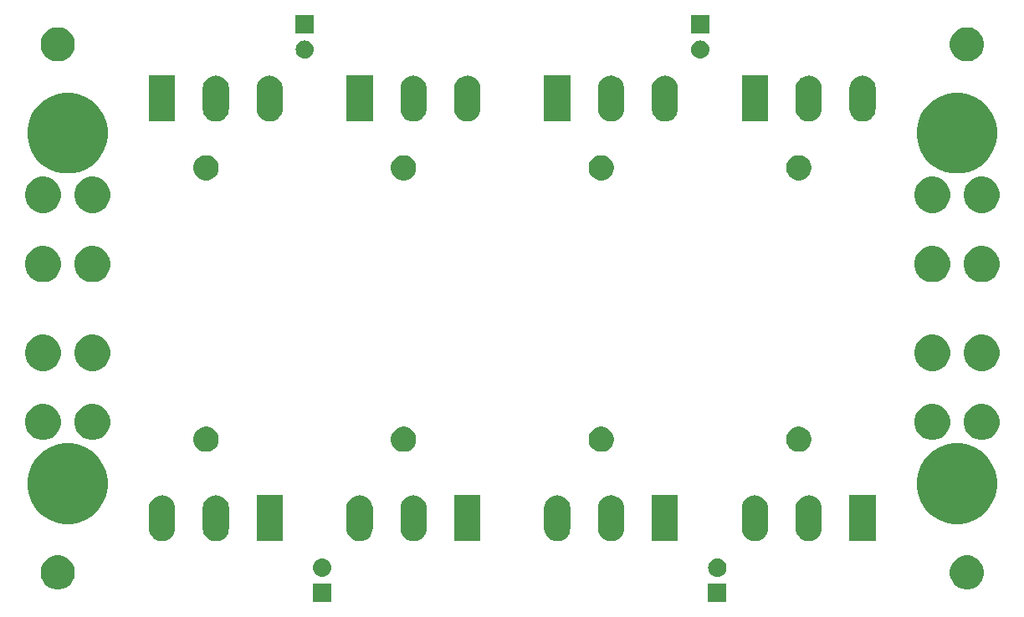
<source format=gbr>
G04 #@! TF.GenerationSoftware,KiCad,Pcbnew,5.0.2-bee76a0~70~ubuntu18.04.1*
G04 #@! TF.CreationDate,2019-01-23T11:21:40-08:00*
G04 #@! TF.ProjectId,inverter,696e7665-7274-4657-922e-6b696361645f,rev?*
G04 #@! TF.SameCoordinates,Original*
G04 #@! TF.FileFunction,Soldermask,Bot*
G04 #@! TF.FilePolarity,Negative*
%FSLAX46Y46*%
G04 Gerber Fmt 4.6, Leading zero omitted, Abs format (unit mm)*
G04 Created by KiCad (PCBNEW 5.0.2-bee76a0~70~ubuntu18.04.1) date Wed 23 Jan 2019 11:21:40 AM PST*
%MOMM*%
%LPD*%
G01*
G04 APERTURE LIST*
%ADD10C,0.100000*%
G04 APERTURE END LIST*
D10*
G36*
X172175000Y-105965000D02*
X170325000Y-105965000D01*
X170325000Y-104115000D01*
X172175000Y-104115000D01*
X172175000Y-105965000D01*
X172175000Y-105965000D01*
G37*
G36*
X132175000Y-105965000D02*
X130325000Y-105965000D01*
X130325000Y-104115000D01*
X132175000Y-104115000D01*
X132175000Y-105965000D01*
X132175000Y-105965000D01*
G37*
G36*
X105003164Y-101341290D02*
X105317094Y-101471324D01*
X105599624Y-101660105D01*
X105839895Y-101900376D01*
X106028676Y-102182906D01*
X106158710Y-102496836D01*
X106225000Y-102830102D01*
X106225000Y-103169898D01*
X106158710Y-103503164D01*
X106028676Y-103817094D01*
X105839895Y-104099624D01*
X105599624Y-104339895D01*
X105317094Y-104528676D01*
X105003164Y-104658710D01*
X104669898Y-104725000D01*
X104330102Y-104725000D01*
X103996836Y-104658710D01*
X103682906Y-104528676D01*
X103400376Y-104339895D01*
X103160105Y-104099624D01*
X102971324Y-103817094D01*
X102841290Y-103503164D01*
X102775000Y-103169898D01*
X102775000Y-102830102D01*
X102841290Y-102496836D01*
X102971324Y-102182906D01*
X103160105Y-101900376D01*
X103400376Y-101660105D01*
X103682906Y-101471324D01*
X103996836Y-101341290D01*
X104330102Y-101275000D01*
X104669898Y-101275000D01*
X105003164Y-101341290D01*
X105003164Y-101341290D01*
G37*
G36*
X197003164Y-101341290D02*
X197317094Y-101471324D01*
X197599624Y-101660105D01*
X197839895Y-101900376D01*
X198028676Y-102182906D01*
X198158710Y-102496836D01*
X198225000Y-102830102D01*
X198225000Y-103169898D01*
X198158710Y-103503164D01*
X198028676Y-103817094D01*
X197839895Y-104099624D01*
X197599624Y-104339895D01*
X197317094Y-104528676D01*
X197003164Y-104658710D01*
X196669898Y-104725000D01*
X196330102Y-104725000D01*
X195996836Y-104658710D01*
X195682906Y-104528676D01*
X195400376Y-104339895D01*
X195160105Y-104099624D01*
X194971324Y-103817094D01*
X194841290Y-103503164D01*
X194775000Y-103169898D01*
X194775000Y-102830102D01*
X194841290Y-102496836D01*
X194971324Y-102182906D01*
X195160105Y-101900376D01*
X195400376Y-101660105D01*
X195682906Y-101471324D01*
X195996836Y-101341290D01*
X196330102Y-101275000D01*
X196669898Y-101275000D01*
X197003164Y-101341290D01*
X197003164Y-101341290D01*
G37*
G36*
X171431332Y-101588385D02*
X171605695Y-101641277D01*
X171766389Y-101727170D01*
X171907238Y-101842762D01*
X172022830Y-101983611D01*
X172108723Y-102144305D01*
X172161615Y-102318668D01*
X172179475Y-102500000D01*
X172161615Y-102681332D01*
X172108723Y-102855695D01*
X172022830Y-103016389D01*
X171907238Y-103157238D01*
X171766389Y-103272830D01*
X171605695Y-103358723D01*
X171431332Y-103411615D01*
X171295435Y-103425000D01*
X171204565Y-103425000D01*
X171068668Y-103411615D01*
X170894305Y-103358723D01*
X170733611Y-103272830D01*
X170592762Y-103157238D01*
X170477170Y-103016389D01*
X170391277Y-102855695D01*
X170338385Y-102681332D01*
X170320525Y-102500000D01*
X170338385Y-102318668D01*
X170391277Y-102144305D01*
X170477170Y-101983611D01*
X170592762Y-101842762D01*
X170733611Y-101727170D01*
X170894305Y-101641277D01*
X171068668Y-101588385D01*
X171204565Y-101575000D01*
X171295435Y-101575000D01*
X171431332Y-101588385D01*
X171431332Y-101588385D01*
G37*
G36*
X131431332Y-101588385D02*
X131605695Y-101641277D01*
X131766389Y-101727170D01*
X131907238Y-101842762D01*
X132022830Y-101983611D01*
X132108723Y-102144305D01*
X132161615Y-102318668D01*
X132179475Y-102500000D01*
X132161615Y-102681332D01*
X132108723Y-102855695D01*
X132022830Y-103016389D01*
X131907238Y-103157238D01*
X131766389Y-103272830D01*
X131605695Y-103358723D01*
X131431332Y-103411615D01*
X131295435Y-103425000D01*
X131204565Y-103425000D01*
X131068668Y-103411615D01*
X130894305Y-103358723D01*
X130733611Y-103272830D01*
X130592762Y-103157238D01*
X130477170Y-103016389D01*
X130391277Y-102855695D01*
X130338385Y-102681332D01*
X130320525Y-102500000D01*
X130338385Y-102318668D01*
X130391277Y-102144305D01*
X130477170Y-101983611D01*
X130592762Y-101842762D01*
X130733611Y-101727170D01*
X130894305Y-101641277D01*
X131068668Y-101588385D01*
X131204565Y-101575000D01*
X131295435Y-101575000D01*
X131431332Y-101588385D01*
X131431332Y-101588385D01*
G37*
G36*
X120759745Y-95194172D02*
X120884627Y-95232054D01*
X121009510Y-95269937D01*
X121213367Y-95378901D01*
X121239692Y-95392972D01*
X121441450Y-95558550D01*
X121607028Y-95760308D01*
X121607029Y-95760310D01*
X121730063Y-95990490D01*
X121730063Y-95990491D01*
X121801200Y-96224997D01*
X121805828Y-96240256D01*
X121825000Y-96434909D01*
X121825000Y-98565091D01*
X121805828Y-98759744D01*
X121730063Y-99009510D01*
X121607027Y-99239694D01*
X121570710Y-99283946D01*
X121441450Y-99441450D01*
X121239691Y-99607028D01*
X121239689Y-99607029D01*
X121009509Y-99730063D01*
X120884626Y-99767946D01*
X120759744Y-99805828D01*
X120500000Y-99831411D01*
X120240255Y-99805828D01*
X120115373Y-99767946D01*
X119990490Y-99730063D01*
X119760306Y-99607027D01*
X119716054Y-99570710D01*
X119558550Y-99441450D01*
X119392972Y-99239691D01*
X119269938Y-99009510D01*
X119269937Y-99009509D01*
X119232054Y-98884626D01*
X119194172Y-98759744D01*
X119175000Y-98565090D01*
X119175001Y-96434909D01*
X119194173Y-96240255D01*
X119269938Y-95990491D01*
X119269938Y-95990490D01*
X119392972Y-95760310D01*
X119392973Y-95760308D01*
X119558551Y-95558550D01*
X119760309Y-95392972D01*
X119786634Y-95378901D01*
X119990491Y-95269937D01*
X120115374Y-95232054D01*
X120240256Y-95194172D01*
X120500000Y-95168589D01*
X120759745Y-95194172D01*
X120759745Y-95194172D01*
G37*
G36*
X140759745Y-95194172D02*
X140884627Y-95232054D01*
X141009510Y-95269937D01*
X141213367Y-95378901D01*
X141239692Y-95392972D01*
X141441450Y-95558550D01*
X141607028Y-95760308D01*
X141607029Y-95760310D01*
X141730063Y-95990490D01*
X141730063Y-95990491D01*
X141801200Y-96224997D01*
X141805828Y-96240256D01*
X141825000Y-96434909D01*
X141825000Y-98565091D01*
X141805828Y-98759744D01*
X141730063Y-99009510D01*
X141607027Y-99239694D01*
X141570710Y-99283946D01*
X141441450Y-99441450D01*
X141239691Y-99607028D01*
X141239689Y-99607029D01*
X141009509Y-99730063D01*
X140884626Y-99767946D01*
X140759744Y-99805828D01*
X140500000Y-99831411D01*
X140240255Y-99805828D01*
X140115373Y-99767946D01*
X139990490Y-99730063D01*
X139760306Y-99607027D01*
X139716054Y-99570710D01*
X139558550Y-99441450D01*
X139392972Y-99239691D01*
X139269938Y-99009510D01*
X139269937Y-99009509D01*
X139232054Y-98884626D01*
X139194172Y-98759744D01*
X139175000Y-98565090D01*
X139175001Y-96434909D01*
X139194173Y-96240255D01*
X139269938Y-95990491D01*
X139269938Y-95990490D01*
X139392972Y-95760310D01*
X139392973Y-95760308D01*
X139558551Y-95558550D01*
X139760309Y-95392972D01*
X139786634Y-95378901D01*
X139990491Y-95269937D01*
X140115374Y-95232054D01*
X140240256Y-95194172D01*
X140500000Y-95168589D01*
X140759745Y-95194172D01*
X140759745Y-95194172D01*
G37*
G36*
X135309745Y-95194172D02*
X135434627Y-95232054D01*
X135559510Y-95269937D01*
X135763367Y-95378901D01*
X135789692Y-95392972D01*
X135991450Y-95558550D01*
X136157028Y-95760308D01*
X136157029Y-95760310D01*
X136280063Y-95990490D01*
X136280063Y-95990491D01*
X136351200Y-96224997D01*
X136355828Y-96240256D01*
X136375000Y-96434909D01*
X136375000Y-98565091D01*
X136355828Y-98759744D01*
X136280063Y-99009510D01*
X136157027Y-99239694D01*
X136120710Y-99283946D01*
X135991450Y-99441450D01*
X135789691Y-99607028D01*
X135789689Y-99607029D01*
X135559509Y-99730063D01*
X135434626Y-99767946D01*
X135309744Y-99805828D01*
X135050000Y-99831411D01*
X134790255Y-99805828D01*
X134665373Y-99767946D01*
X134540490Y-99730063D01*
X134310306Y-99607027D01*
X134266054Y-99570710D01*
X134108550Y-99441450D01*
X133942972Y-99239691D01*
X133819938Y-99009510D01*
X133819937Y-99009509D01*
X133782054Y-98884626D01*
X133744172Y-98759744D01*
X133725000Y-98565090D01*
X133725001Y-96434909D01*
X133744173Y-96240255D01*
X133819938Y-95990491D01*
X133819938Y-95990490D01*
X133942972Y-95760310D01*
X133942973Y-95760308D01*
X134108551Y-95558550D01*
X134310309Y-95392972D01*
X134336634Y-95378901D01*
X134540491Y-95269937D01*
X134665374Y-95232054D01*
X134790256Y-95194172D01*
X135050000Y-95168589D01*
X135309745Y-95194172D01*
X135309745Y-95194172D01*
G37*
G36*
X155309745Y-95194172D02*
X155434627Y-95232054D01*
X155559510Y-95269937D01*
X155763367Y-95378901D01*
X155789692Y-95392972D01*
X155991450Y-95558550D01*
X156157028Y-95760308D01*
X156157029Y-95760310D01*
X156280063Y-95990490D01*
X156280063Y-95990491D01*
X156351200Y-96224997D01*
X156355828Y-96240256D01*
X156375000Y-96434909D01*
X156375000Y-98565091D01*
X156355828Y-98759744D01*
X156280063Y-99009510D01*
X156157027Y-99239694D01*
X156120710Y-99283946D01*
X155991450Y-99441450D01*
X155789691Y-99607028D01*
X155789689Y-99607029D01*
X155559509Y-99730063D01*
X155434626Y-99767946D01*
X155309744Y-99805828D01*
X155050000Y-99831411D01*
X154790255Y-99805828D01*
X154665373Y-99767946D01*
X154540490Y-99730063D01*
X154310306Y-99607027D01*
X154266054Y-99570710D01*
X154108550Y-99441450D01*
X153942972Y-99239691D01*
X153819938Y-99009510D01*
X153819937Y-99009509D01*
X153782054Y-98884626D01*
X153744172Y-98759744D01*
X153725000Y-98565090D01*
X153725001Y-96434909D01*
X153744173Y-96240255D01*
X153819938Y-95990491D01*
X153819938Y-95990490D01*
X153942972Y-95760310D01*
X153942973Y-95760308D01*
X154108551Y-95558550D01*
X154310309Y-95392972D01*
X154336634Y-95378901D01*
X154540491Y-95269937D01*
X154665374Y-95232054D01*
X154790256Y-95194172D01*
X155050000Y-95168589D01*
X155309745Y-95194172D01*
X155309745Y-95194172D01*
G37*
G36*
X160759745Y-95194172D02*
X160884627Y-95232054D01*
X161009510Y-95269937D01*
X161213367Y-95378901D01*
X161239692Y-95392972D01*
X161441450Y-95558550D01*
X161607028Y-95760308D01*
X161607029Y-95760310D01*
X161730063Y-95990490D01*
X161730063Y-95990491D01*
X161801200Y-96224997D01*
X161805828Y-96240256D01*
X161825000Y-96434909D01*
X161825000Y-98565091D01*
X161805828Y-98759744D01*
X161730063Y-99009510D01*
X161607027Y-99239694D01*
X161570710Y-99283946D01*
X161441450Y-99441450D01*
X161239691Y-99607028D01*
X161239689Y-99607029D01*
X161009509Y-99730063D01*
X160884626Y-99767946D01*
X160759744Y-99805828D01*
X160500000Y-99831411D01*
X160240255Y-99805828D01*
X160115373Y-99767946D01*
X159990490Y-99730063D01*
X159760306Y-99607027D01*
X159716054Y-99570710D01*
X159558550Y-99441450D01*
X159392972Y-99239691D01*
X159269938Y-99009510D01*
X159269937Y-99009509D01*
X159232054Y-98884626D01*
X159194172Y-98759744D01*
X159175000Y-98565090D01*
X159175001Y-96434909D01*
X159194173Y-96240255D01*
X159269938Y-95990491D01*
X159269938Y-95990490D01*
X159392972Y-95760310D01*
X159392973Y-95760308D01*
X159558551Y-95558550D01*
X159760309Y-95392972D01*
X159786634Y-95378901D01*
X159990491Y-95269937D01*
X160115374Y-95232054D01*
X160240256Y-95194172D01*
X160500000Y-95168589D01*
X160759745Y-95194172D01*
X160759745Y-95194172D01*
G37*
G36*
X180759745Y-95194172D02*
X180884627Y-95232054D01*
X181009510Y-95269937D01*
X181213367Y-95378901D01*
X181239692Y-95392972D01*
X181441450Y-95558550D01*
X181607028Y-95760308D01*
X181607029Y-95760310D01*
X181730063Y-95990490D01*
X181730063Y-95990491D01*
X181801200Y-96224997D01*
X181805828Y-96240256D01*
X181825000Y-96434909D01*
X181825000Y-98565091D01*
X181805828Y-98759744D01*
X181730063Y-99009510D01*
X181607027Y-99239694D01*
X181570710Y-99283946D01*
X181441450Y-99441450D01*
X181239691Y-99607028D01*
X181239689Y-99607029D01*
X181009509Y-99730063D01*
X180884626Y-99767946D01*
X180759744Y-99805828D01*
X180500000Y-99831411D01*
X180240255Y-99805828D01*
X180115373Y-99767946D01*
X179990490Y-99730063D01*
X179760306Y-99607027D01*
X179716054Y-99570710D01*
X179558550Y-99441450D01*
X179392972Y-99239691D01*
X179269938Y-99009510D01*
X179269937Y-99009509D01*
X179232055Y-98884626D01*
X179194172Y-98759744D01*
X179175000Y-98565090D01*
X179175001Y-96434909D01*
X179194173Y-96240255D01*
X179269938Y-95990491D01*
X179269938Y-95990490D01*
X179392972Y-95760310D01*
X179392973Y-95760308D01*
X179558551Y-95558550D01*
X179760309Y-95392972D01*
X179786634Y-95378901D01*
X179990491Y-95269937D01*
X180115374Y-95232054D01*
X180240256Y-95194172D01*
X180500000Y-95168589D01*
X180759745Y-95194172D01*
X180759745Y-95194172D01*
G37*
G36*
X175309745Y-95194172D02*
X175434627Y-95232054D01*
X175559510Y-95269937D01*
X175763367Y-95378901D01*
X175789692Y-95392972D01*
X175991450Y-95558550D01*
X176157028Y-95760308D01*
X176157029Y-95760310D01*
X176280063Y-95990490D01*
X176280063Y-95990491D01*
X176351200Y-96224997D01*
X176355828Y-96240256D01*
X176375000Y-96434909D01*
X176375000Y-98565091D01*
X176355828Y-98759744D01*
X176280063Y-99009510D01*
X176157027Y-99239694D01*
X176120710Y-99283946D01*
X175991450Y-99441450D01*
X175789691Y-99607028D01*
X175789689Y-99607029D01*
X175559509Y-99730063D01*
X175434626Y-99767946D01*
X175309744Y-99805828D01*
X175050000Y-99831411D01*
X174790255Y-99805828D01*
X174665373Y-99767946D01*
X174540490Y-99730063D01*
X174310306Y-99607027D01*
X174266054Y-99570710D01*
X174108550Y-99441450D01*
X173942972Y-99239691D01*
X173819938Y-99009510D01*
X173819937Y-99009509D01*
X173782055Y-98884626D01*
X173744172Y-98759744D01*
X173725000Y-98565090D01*
X173725001Y-96434909D01*
X173744173Y-96240255D01*
X173819938Y-95990491D01*
X173819938Y-95990490D01*
X173942972Y-95760310D01*
X173942973Y-95760308D01*
X174108551Y-95558550D01*
X174310309Y-95392972D01*
X174336634Y-95378901D01*
X174540491Y-95269937D01*
X174665374Y-95232054D01*
X174790256Y-95194172D01*
X175050000Y-95168589D01*
X175309745Y-95194172D01*
X175309745Y-95194172D01*
G37*
G36*
X115309745Y-95194172D02*
X115434627Y-95232054D01*
X115559510Y-95269937D01*
X115763367Y-95378901D01*
X115789692Y-95392972D01*
X115991450Y-95558550D01*
X116157028Y-95760308D01*
X116157029Y-95760310D01*
X116280063Y-95990490D01*
X116280063Y-95990491D01*
X116351200Y-96224997D01*
X116355828Y-96240256D01*
X116375000Y-96434909D01*
X116375000Y-98565091D01*
X116355828Y-98759744D01*
X116280063Y-99009510D01*
X116157027Y-99239694D01*
X116120710Y-99283946D01*
X115991450Y-99441450D01*
X115789691Y-99607028D01*
X115789689Y-99607029D01*
X115559509Y-99730063D01*
X115434626Y-99767946D01*
X115309744Y-99805828D01*
X115050000Y-99831411D01*
X114790255Y-99805828D01*
X114665373Y-99767946D01*
X114540490Y-99730063D01*
X114310306Y-99607027D01*
X114266054Y-99570710D01*
X114108550Y-99441450D01*
X113942972Y-99239691D01*
X113819938Y-99009510D01*
X113819937Y-99009509D01*
X113782054Y-98884626D01*
X113744172Y-98759744D01*
X113725000Y-98565090D01*
X113725001Y-96434909D01*
X113744173Y-96240255D01*
X113819938Y-95990491D01*
X113819938Y-95990490D01*
X113942972Y-95760310D01*
X113942973Y-95760308D01*
X114108551Y-95558550D01*
X114310309Y-95392972D01*
X114336634Y-95378901D01*
X114540491Y-95269937D01*
X114665374Y-95232054D01*
X114790256Y-95194172D01*
X115050000Y-95168589D01*
X115309745Y-95194172D01*
X115309745Y-95194172D01*
G37*
G36*
X127275000Y-99825000D02*
X124625000Y-99825000D01*
X124625000Y-95175000D01*
X127275000Y-95175000D01*
X127275000Y-99825000D01*
X127275000Y-99825000D01*
G37*
G36*
X187275000Y-99825000D02*
X184625000Y-99825000D01*
X184625000Y-95175000D01*
X187275000Y-95175000D01*
X187275000Y-99825000D01*
X187275000Y-99825000D01*
G37*
G36*
X147275000Y-99825000D02*
X144625000Y-99825000D01*
X144625000Y-95175000D01*
X147275000Y-95175000D01*
X147275000Y-99825000D01*
X147275000Y-99825000D01*
G37*
G36*
X167275000Y-99825000D02*
X164625000Y-99825000D01*
X164625000Y-95175000D01*
X167275000Y-95175000D01*
X167275000Y-99825000D01*
X167275000Y-99825000D01*
G37*
G36*
X196688634Y-90081600D02*
X197430236Y-90388782D01*
X198097661Y-90834741D01*
X198665259Y-91402339D01*
X199111218Y-92069764D01*
X199418400Y-92811366D01*
X199575000Y-93598648D01*
X199575000Y-94401352D01*
X199418400Y-95188634D01*
X199111218Y-95930236D01*
X198665259Y-96597661D01*
X198097661Y-97165259D01*
X197430236Y-97611218D01*
X196688634Y-97918400D01*
X195901352Y-98075000D01*
X195098648Y-98075000D01*
X194311366Y-97918400D01*
X193569764Y-97611218D01*
X192902339Y-97165259D01*
X192334741Y-96597661D01*
X191888782Y-95930236D01*
X191581600Y-95188634D01*
X191425000Y-94401352D01*
X191425000Y-93598648D01*
X191581600Y-92811366D01*
X191888782Y-92069764D01*
X192334741Y-91402339D01*
X192902339Y-90834741D01*
X193569764Y-90388782D01*
X194311366Y-90081600D01*
X195098648Y-89925000D01*
X195901352Y-89925000D01*
X196688634Y-90081600D01*
X196688634Y-90081600D01*
G37*
G36*
X106688634Y-90081600D02*
X107430236Y-90388782D01*
X108097661Y-90834741D01*
X108665259Y-91402339D01*
X109111218Y-92069764D01*
X109418400Y-92811366D01*
X109575000Y-93598648D01*
X109575000Y-94401352D01*
X109418400Y-95188634D01*
X109111218Y-95930236D01*
X108665259Y-96597661D01*
X108097661Y-97165259D01*
X107430236Y-97611218D01*
X106688634Y-97918400D01*
X105901352Y-98075000D01*
X105098648Y-98075000D01*
X104311366Y-97918400D01*
X103569764Y-97611218D01*
X102902339Y-97165259D01*
X102334741Y-96597661D01*
X101888782Y-95930236D01*
X101581600Y-95188634D01*
X101425000Y-94401352D01*
X101425000Y-93598648D01*
X101581600Y-92811366D01*
X101888782Y-92069764D01*
X102334741Y-91402339D01*
X102902339Y-90834741D01*
X103569764Y-90388782D01*
X104311366Y-90081600D01*
X105098648Y-89925000D01*
X105901352Y-89925000D01*
X106688634Y-90081600D01*
X106688634Y-90081600D01*
G37*
G36*
X179871904Y-88273998D02*
X180103939Y-88370110D01*
X180312765Y-88509643D01*
X180490357Y-88687235D01*
X180629890Y-88896061D01*
X180726002Y-89128096D01*
X180775000Y-89374423D01*
X180775000Y-89625577D01*
X180726002Y-89871904D01*
X180629890Y-90103939D01*
X180490357Y-90312765D01*
X180312765Y-90490357D01*
X180103939Y-90629890D01*
X179871904Y-90726002D01*
X179625577Y-90775000D01*
X179374423Y-90775000D01*
X179128096Y-90726002D01*
X178896061Y-90629890D01*
X178687235Y-90490357D01*
X178509643Y-90312765D01*
X178370110Y-90103939D01*
X178273998Y-89871904D01*
X178225000Y-89625577D01*
X178225000Y-89374423D01*
X178273998Y-89128096D01*
X178370110Y-88896061D01*
X178509643Y-88687235D01*
X178687235Y-88509643D01*
X178896061Y-88370110D01*
X179128096Y-88273998D01*
X179374423Y-88225000D01*
X179625577Y-88225000D01*
X179871904Y-88273998D01*
X179871904Y-88273998D01*
G37*
G36*
X119871904Y-88273998D02*
X120103939Y-88370110D01*
X120312765Y-88509643D01*
X120490357Y-88687235D01*
X120629890Y-88896061D01*
X120726002Y-89128096D01*
X120775000Y-89374423D01*
X120775000Y-89625577D01*
X120726002Y-89871904D01*
X120629890Y-90103939D01*
X120490357Y-90312765D01*
X120312765Y-90490357D01*
X120103939Y-90629890D01*
X119871904Y-90726002D01*
X119625577Y-90775000D01*
X119374423Y-90775000D01*
X119128096Y-90726002D01*
X118896061Y-90629890D01*
X118687235Y-90490357D01*
X118509643Y-90312765D01*
X118370110Y-90103939D01*
X118273998Y-89871904D01*
X118225000Y-89625577D01*
X118225000Y-89374423D01*
X118273998Y-89128096D01*
X118370110Y-88896061D01*
X118509643Y-88687235D01*
X118687235Y-88509643D01*
X118896061Y-88370110D01*
X119128096Y-88273998D01*
X119374423Y-88225000D01*
X119625577Y-88225000D01*
X119871904Y-88273998D01*
X119871904Y-88273998D01*
G37*
G36*
X159871904Y-88273998D02*
X160103939Y-88370110D01*
X160312765Y-88509643D01*
X160490357Y-88687235D01*
X160629890Y-88896061D01*
X160726002Y-89128096D01*
X160775000Y-89374423D01*
X160775000Y-89625577D01*
X160726002Y-89871904D01*
X160629890Y-90103939D01*
X160490357Y-90312765D01*
X160312765Y-90490357D01*
X160103939Y-90629890D01*
X159871904Y-90726002D01*
X159625577Y-90775000D01*
X159374423Y-90775000D01*
X159128096Y-90726002D01*
X158896061Y-90629890D01*
X158687235Y-90490357D01*
X158509643Y-90312765D01*
X158370110Y-90103939D01*
X158273998Y-89871904D01*
X158225000Y-89625577D01*
X158225000Y-89374423D01*
X158273998Y-89128096D01*
X158370110Y-88896061D01*
X158509643Y-88687235D01*
X158687235Y-88509643D01*
X158896061Y-88370110D01*
X159128096Y-88273998D01*
X159374423Y-88225000D01*
X159625577Y-88225000D01*
X159871904Y-88273998D01*
X159871904Y-88273998D01*
G37*
G36*
X139871904Y-88273998D02*
X140103939Y-88370110D01*
X140312765Y-88509643D01*
X140490357Y-88687235D01*
X140629890Y-88896061D01*
X140726002Y-89128096D01*
X140775000Y-89374423D01*
X140775000Y-89625577D01*
X140726002Y-89871904D01*
X140629890Y-90103939D01*
X140490357Y-90312765D01*
X140312765Y-90490357D01*
X140103939Y-90629890D01*
X139871904Y-90726002D01*
X139625577Y-90775000D01*
X139374423Y-90775000D01*
X139128096Y-90726002D01*
X138896061Y-90629890D01*
X138687235Y-90490357D01*
X138509643Y-90312765D01*
X138370110Y-90103939D01*
X138273998Y-89871904D01*
X138225000Y-89625577D01*
X138225000Y-89374423D01*
X138273998Y-89128096D01*
X138370110Y-88896061D01*
X138509643Y-88687235D01*
X138687235Y-88509643D01*
X138896061Y-88370110D01*
X139128096Y-88273998D01*
X139374423Y-88225000D01*
X139625577Y-88225000D01*
X139871904Y-88273998D01*
X139871904Y-88273998D01*
G37*
G36*
X108532333Y-86000134D02*
X108864461Y-86137706D01*
X109163369Y-86337430D01*
X109417570Y-86591631D01*
X109617294Y-86890539D01*
X109754866Y-87222667D01*
X109825000Y-87575253D01*
X109825000Y-87934747D01*
X109754866Y-88287333D01*
X109617294Y-88619461D01*
X109417570Y-88918369D01*
X109163369Y-89172570D01*
X108864461Y-89372294D01*
X108532333Y-89509866D01*
X108179747Y-89580000D01*
X107820253Y-89580000D01*
X107467667Y-89509866D01*
X107135539Y-89372294D01*
X106836631Y-89172570D01*
X106582430Y-88918369D01*
X106382706Y-88619461D01*
X106245134Y-88287333D01*
X106175000Y-87934747D01*
X106175000Y-87575253D01*
X106245134Y-87222667D01*
X106382706Y-86890539D01*
X106582430Y-86591631D01*
X106836631Y-86337430D01*
X107135539Y-86137706D01*
X107467667Y-86000134D01*
X107820253Y-85930000D01*
X108179747Y-85930000D01*
X108532333Y-86000134D01*
X108532333Y-86000134D01*
G37*
G36*
X193532333Y-86000134D02*
X193864461Y-86137706D01*
X194163369Y-86337430D01*
X194417570Y-86591631D01*
X194617294Y-86890539D01*
X194754866Y-87222667D01*
X194825000Y-87575253D01*
X194825000Y-87934747D01*
X194754866Y-88287333D01*
X194617294Y-88619461D01*
X194417570Y-88918369D01*
X194163369Y-89172570D01*
X193864461Y-89372294D01*
X193532333Y-89509866D01*
X193179747Y-89580000D01*
X192820253Y-89580000D01*
X192467667Y-89509866D01*
X192135539Y-89372294D01*
X191836631Y-89172570D01*
X191582430Y-88918369D01*
X191382706Y-88619461D01*
X191245134Y-88287333D01*
X191175000Y-87934747D01*
X191175000Y-87575253D01*
X191245134Y-87222667D01*
X191382706Y-86890539D01*
X191582430Y-86591631D01*
X191836631Y-86337430D01*
X192135539Y-86137706D01*
X192467667Y-86000134D01*
X192820253Y-85930000D01*
X193179747Y-85930000D01*
X193532333Y-86000134D01*
X193532333Y-86000134D01*
G37*
G36*
X198532333Y-86000134D02*
X198864461Y-86137706D01*
X199163369Y-86337430D01*
X199417570Y-86591631D01*
X199617294Y-86890539D01*
X199754866Y-87222667D01*
X199825000Y-87575253D01*
X199825000Y-87934747D01*
X199754866Y-88287333D01*
X199617294Y-88619461D01*
X199417570Y-88918369D01*
X199163369Y-89172570D01*
X198864461Y-89372294D01*
X198532333Y-89509866D01*
X198179747Y-89580000D01*
X197820253Y-89580000D01*
X197467667Y-89509866D01*
X197135539Y-89372294D01*
X196836631Y-89172570D01*
X196582430Y-88918369D01*
X196382706Y-88619461D01*
X196245134Y-88287333D01*
X196175000Y-87934747D01*
X196175000Y-87575253D01*
X196245134Y-87222667D01*
X196382706Y-86890539D01*
X196582430Y-86591631D01*
X196836631Y-86337430D01*
X197135539Y-86137706D01*
X197467667Y-86000134D01*
X197820253Y-85930000D01*
X198179747Y-85930000D01*
X198532333Y-86000134D01*
X198532333Y-86000134D01*
G37*
G36*
X103532333Y-86000134D02*
X103864461Y-86137706D01*
X104163369Y-86337430D01*
X104417570Y-86591631D01*
X104617294Y-86890539D01*
X104754866Y-87222667D01*
X104825000Y-87575253D01*
X104825000Y-87934747D01*
X104754866Y-88287333D01*
X104617294Y-88619461D01*
X104417570Y-88918369D01*
X104163369Y-89172570D01*
X103864461Y-89372294D01*
X103532333Y-89509866D01*
X103179747Y-89580000D01*
X102820253Y-89580000D01*
X102467667Y-89509866D01*
X102135539Y-89372294D01*
X101836631Y-89172570D01*
X101582430Y-88918369D01*
X101382706Y-88619461D01*
X101245134Y-88287333D01*
X101175000Y-87934747D01*
X101175000Y-87575253D01*
X101245134Y-87222667D01*
X101382706Y-86890539D01*
X101582430Y-86591631D01*
X101836631Y-86337430D01*
X102135539Y-86137706D01*
X102467667Y-86000134D01*
X102820253Y-85930000D01*
X103179747Y-85930000D01*
X103532333Y-86000134D01*
X103532333Y-86000134D01*
G37*
G36*
X198532333Y-78990134D02*
X198864461Y-79127706D01*
X199163369Y-79327430D01*
X199417570Y-79581631D01*
X199617294Y-79880539D01*
X199754866Y-80212667D01*
X199825000Y-80565253D01*
X199825000Y-80924747D01*
X199754866Y-81277333D01*
X199617294Y-81609461D01*
X199417570Y-81908369D01*
X199163369Y-82162570D01*
X198864461Y-82362294D01*
X198532333Y-82499866D01*
X198179747Y-82570000D01*
X197820253Y-82570000D01*
X197467667Y-82499866D01*
X197135539Y-82362294D01*
X196836631Y-82162570D01*
X196582430Y-81908369D01*
X196382706Y-81609461D01*
X196245134Y-81277333D01*
X196175000Y-80924747D01*
X196175000Y-80565253D01*
X196245134Y-80212667D01*
X196382706Y-79880539D01*
X196582430Y-79581631D01*
X196836631Y-79327430D01*
X197135539Y-79127706D01*
X197467667Y-78990134D01*
X197820253Y-78920000D01*
X198179747Y-78920000D01*
X198532333Y-78990134D01*
X198532333Y-78990134D01*
G37*
G36*
X193532333Y-78990134D02*
X193864461Y-79127706D01*
X194163369Y-79327430D01*
X194417570Y-79581631D01*
X194617294Y-79880539D01*
X194754866Y-80212667D01*
X194825000Y-80565253D01*
X194825000Y-80924747D01*
X194754866Y-81277333D01*
X194617294Y-81609461D01*
X194417570Y-81908369D01*
X194163369Y-82162570D01*
X193864461Y-82362294D01*
X193532333Y-82499866D01*
X193179747Y-82570000D01*
X192820253Y-82570000D01*
X192467667Y-82499866D01*
X192135539Y-82362294D01*
X191836631Y-82162570D01*
X191582430Y-81908369D01*
X191382706Y-81609461D01*
X191245134Y-81277333D01*
X191175000Y-80924747D01*
X191175000Y-80565253D01*
X191245134Y-80212667D01*
X191382706Y-79880539D01*
X191582430Y-79581631D01*
X191836631Y-79327430D01*
X192135539Y-79127706D01*
X192467667Y-78990134D01*
X192820253Y-78920000D01*
X193179747Y-78920000D01*
X193532333Y-78990134D01*
X193532333Y-78990134D01*
G37*
G36*
X108532333Y-78990134D02*
X108864461Y-79127706D01*
X109163369Y-79327430D01*
X109417570Y-79581631D01*
X109617294Y-79880539D01*
X109754866Y-80212667D01*
X109825000Y-80565253D01*
X109825000Y-80924747D01*
X109754866Y-81277333D01*
X109617294Y-81609461D01*
X109417570Y-81908369D01*
X109163369Y-82162570D01*
X108864461Y-82362294D01*
X108532333Y-82499866D01*
X108179747Y-82570000D01*
X107820253Y-82570000D01*
X107467667Y-82499866D01*
X107135539Y-82362294D01*
X106836631Y-82162570D01*
X106582430Y-81908369D01*
X106382706Y-81609461D01*
X106245134Y-81277333D01*
X106175000Y-80924747D01*
X106175000Y-80565253D01*
X106245134Y-80212667D01*
X106382706Y-79880539D01*
X106582430Y-79581631D01*
X106836631Y-79327430D01*
X107135539Y-79127706D01*
X107467667Y-78990134D01*
X107820253Y-78920000D01*
X108179747Y-78920000D01*
X108532333Y-78990134D01*
X108532333Y-78990134D01*
G37*
G36*
X103532333Y-78990134D02*
X103864461Y-79127706D01*
X104163369Y-79327430D01*
X104417570Y-79581631D01*
X104617294Y-79880539D01*
X104754866Y-80212667D01*
X104825000Y-80565253D01*
X104825000Y-80924747D01*
X104754866Y-81277333D01*
X104617294Y-81609461D01*
X104417570Y-81908369D01*
X104163369Y-82162570D01*
X103864461Y-82362294D01*
X103532333Y-82499866D01*
X103179747Y-82570000D01*
X102820253Y-82570000D01*
X102467667Y-82499866D01*
X102135539Y-82362294D01*
X101836631Y-82162570D01*
X101582430Y-81908369D01*
X101382706Y-81609461D01*
X101245134Y-81277333D01*
X101175000Y-80924747D01*
X101175000Y-80565253D01*
X101245134Y-80212667D01*
X101382706Y-79880539D01*
X101582430Y-79581631D01*
X101836631Y-79327430D01*
X102135539Y-79127706D01*
X102467667Y-78990134D01*
X102820253Y-78920000D01*
X103179747Y-78920000D01*
X103532333Y-78990134D01*
X103532333Y-78990134D01*
G37*
G36*
X198532333Y-70000134D02*
X198864461Y-70137706D01*
X199163369Y-70337430D01*
X199417570Y-70591631D01*
X199617294Y-70890539D01*
X199754866Y-71222667D01*
X199825000Y-71575253D01*
X199825000Y-71934747D01*
X199754866Y-72287333D01*
X199617294Y-72619461D01*
X199417570Y-72918369D01*
X199163369Y-73172570D01*
X198864461Y-73372294D01*
X198532333Y-73509866D01*
X198179747Y-73580000D01*
X197820253Y-73580000D01*
X197467667Y-73509866D01*
X197135539Y-73372294D01*
X196836631Y-73172570D01*
X196582430Y-72918369D01*
X196382706Y-72619461D01*
X196245134Y-72287333D01*
X196175000Y-71934747D01*
X196175000Y-71575253D01*
X196245134Y-71222667D01*
X196382706Y-70890539D01*
X196582430Y-70591631D01*
X196836631Y-70337430D01*
X197135539Y-70137706D01*
X197467667Y-70000134D01*
X197820253Y-69930000D01*
X198179747Y-69930000D01*
X198532333Y-70000134D01*
X198532333Y-70000134D01*
G37*
G36*
X193532333Y-70000134D02*
X193864461Y-70137706D01*
X194163369Y-70337430D01*
X194417570Y-70591631D01*
X194617294Y-70890539D01*
X194754866Y-71222667D01*
X194825000Y-71575253D01*
X194825000Y-71934747D01*
X194754866Y-72287333D01*
X194617294Y-72619461D01*
X194417570Y-72918369D01*
X194163369Y-73172570D01*
X193864461Y-73372294D01*
X193532333Y-73509866D01*
X193179747Y-73580000D01*
X192820253Y-73580000D01*
X192467667Y-73509866D01*
X192135539Y-73372294D01*
X191836631Y-73172570D01*
X191582430Y-72918369D01*
X191382706Y-72619461D01*
X191245134Y-72287333D01*
X191175000Y-71934747D01*
X191175000Y-71575253D01*
X191245134Y-71222667D01*
X191382706Y-70890539D01*
X191582430Y-70591631D01*
X191836631Y-70337430D01*
X192135539Y-70137706D01*
X192467667Y-70000134D01*
X192820253Y-69930000D01*
X193179747Y-69930000D01*
X193532333Y-70000134D01*
X193532333Y-70000134D01*
G37*
G36*
X103532333Y-70000134D02*
X103864461Y-70137706D01*
X104163369Y-70337430D01*
X104417570Y-70591631D01*
X104617294Y-70890539D01*
X104754866Y-71222667D01*
X104825000Y-71575253D01*
X104825000Y-71934747D01*
X104754866Y-72287333D01*
X104617294Y-72619461D01*
X104417570Y-72918369D01*
X104163369Y-73172570D01*
X103864461Y-73372294D01*
X103532333Y-73509866D01*
X103179747Y-73580000D01*
X102820253Y-73580000D01*
X102467667Y-73509866D01*
X102135539Y-73372294D01*
X101836631Y-73172570D01*
X101582430Y-72918369D01*
X101382706Y-72619461D01*
X101245134Y-72287333D01*
X101175000Y-71934747D01*
X101175000Y-71575253D01*
X101245134Y-71222667D01*
X101382706Y-70890539D01*
X101582430Y-70591631D01*
X101836631Y-70337430D01*
X102135539Y-70137706D01*
X102467667Y-70000134D01*
X102820253Y-69930000D01*
X103179747Y-69930000D01*
X103532333Y-70000134D01*
X103532333Y-70000134D01*
G37*
G36*
X108532333Y-70000134D02*
X108864461Y-70137706D01*
X109163369Y-70337430D01*
X109417570Y-70591631D01*
X109617294Y-70890539D01*
X109754866Y-71222667D01*
X109825000Y-71575253D01*
X109825000Y-71934747D01*
X109754866Y-72287333D01*
X109617294Y-72619461D01*
X109417570Y-72918369D01*
X109163369Y-73172570D01*
X108864461Y-73372294D01*
X108532333Y-73509866D01*
X108179747Y-73580000D01*
X107820253Y-73580000D01*
X107467667Y-73509866D01*
X107135539Y-73372294D01*
X106836631Y-73172570D01*
X106582430Y-72918369D01*
X106382706Y-72619461D01*
X106245134Y-72287333D01*
X106175000Y-71934747D01*
X106175000Y-71575253D01*
X106245134Y-71222667D01*
X106382706Y-70890539D01*
X106582430Y-70591631D01*
X106836631Y-70337430D01*
X107135539Y-70137706D01*
X107467667Y-70000134D01*
X107820253Y-69930000D01*
X108179747Y-69930000D01*
X108532333Y-70000134D01*
X108532333Y-70000134D01*
G37*
G36*
X103532333Y-62990134D02*
X103864461Y-63127706D01*
X104163369Y-63327430D01*
X104417570Y-63581631D01*
X104617294Y-63880539D01*
X104754866Y-64212667D01*
X104825000Y-64565253D01*
X104825000Y-64924747D01*
X104754866Y-65277333D01*
X104617294Y-65609461D01*
X104417570Y-65908369D01*
X104163369Y-66162570D01*
X103864461Y-66362294D01*
X103532333Y-66499866D01*
X103179747Y-66570000D01*
X102820253Y-66570000D01*
X102467667Y-66499866D01*
X102135539Y-66362294D01*
X101836631Y-66162570D01*
X101582430Y-65908369D01*
X101382706Y-65609461D01*
X101245134Y-65277333D01*
X101175000Y-64924747D01*
X101175000Y-64565253D01*
X101245134Y-64212667D01*
X101382706Y-63880539D01*
X101582430Y-63581631D01*
X101836631Y-63327430D01*
X102135539Y-63127706D01*
X102467667Y-62990134D01*
X102820253Y-62920000D01*
X103179747Y-62920000D01*
X103532333Y-62990134D01*
X103532333Y-62990134D01*
G37*
G36*
X108532333Y-62990134D02*
X108864461Y-63127706D01*
X109163369Y-63327430D01*
X109417570Y-63581631D01*
X109617294Y-63880539D01*
X109754866Y-64212667D01*
X109825000Y-64565253D01*
X109825000Y-64924747D01*
X109754866Y-65277333D01*
X109617294Y-65609461D01*
X109417570Y-65908369D01*
X109163369Y-66162570D01*
X108864461Y-66362294D01*
X108532333Y-66499866D01*
X108179747Y-66570000D01*
X107820253Y-66570000D01*
X107467667Y-66499866D01*
X107135539Y-66362294D01*
X106836631Y-66162570D01*
X106582430Y-65908369D01*
X106382706Y-65609461D01*
X106245134Y-65277333D01*
X106175000Y-64924747D01*
X106175000Y-64565253D01*
X106245134Y-64212667D01*
X106382706Y-63880539D01*
X106582430Y-63581631D01*
X106836631Y-63327430D01*
X107135539Y-63127706D01*
X107467667Y-62990134D01*
X107820253Y-62920000D01*
X108179747Y-62920000D01*
X108532333Y-62990134D01*
X108532333Y-62990134D01*
G37*
G36*
X193532333Y-62990134D02*
X193864461Y-63127706D01*
X194163369Y-63327430D01*
X194417570Y-63581631D01*
X194617294Y-63880539D01*
X194754866Y-64212667D01*
X194825000Y-64565253D01*
X194825000Y-64924747D01*
X194754866Y-65277333D01*
X194617294Y-65609461D01*
X194417570Y-65908369D01*
X194163369Y-66162570D01*
X193864461Y-66362294D01*
X193532333Y-66499866D01*
X193179747Y-66570000D01*
X192820253Y-66570000D01*
X192467667Y-66499866D01*
X192135539Y-66362294D01*
X191836631Y-66162570D01*
X191582430Y-65908369D01*
X191382706Y-65609461D01*
X191245134Y-65277333D01*
X191175000Y-64924747D01*
X191175000Y-64565253D01*
X191245134Y-64212667D01*
X191382706Y-63880539D01*
X191582430Y-63581631D01*
X191836631Y-63327430D01*
X192135539Y-63127706D01*
X192467667Y-62990134D01*
X192820253Y-62920000D01*
X193179747Y-62920000D01*
X193532333Y-62990134D01*
X193532333Y-62990134D01*
G37*
G36*
X198532333Y-62990134D02*
X198864461Y-63127706D01*
X199163369Y-63327430D01*
X199417570Y-63581631D01*
X199617294Y-63880539D01*
X199754866Y-64212667D01*
X199825000Y-64565253D01*
X199825000Y-64924747D01*
X199754866Y-65277333D01*
X199617294Y-65609461D01*
X199417570Y-65908369D01*
X199163369Y-66162570D01*
X198864461Y-66362294D01*
X198532333Y-66499866D01*
X198179747Y-66570000D01*
X197820253Y-66570000D01*
X197467667Y-66499866D01*
X197135539Y-66362294D01*
X196836631Y-66162570D01*
X196582430Y-65908369D01*
X196382706Y-65609461D01*
X196245134Y-65277333D01*
X196175000Y-64924747D01*
X196175000Y-64565253D01*
X196245134Y-64212667D01*
X196382706Y-63880539D01*
X196582430Y-63581631D01*
X196836631Y-63327430D01*
X197135539Y-63127706D01*
X197467667Y-62990134D01*
X197820253Y-62920000D01*
X198179747Y-62920000D01*
X198532333Y-62990134D01*
X198532333Y-62990134D01*
G37*
G36*
X119871904Y-60773998D02*
X120103939Y-60870110D01*
X120312765Y-61009643D01*
X120490357Y-61187235D01*
X120629890Y-61396061D01*
X120726002Y-61628096D01*
X120775000Y-61874423D01*
X120775000Y-62125577D01*
X120726002Y-62371904D01*
X120629890Y-62603939D01*
X120490357Y-62812765D01*
X120312765Y-62990357D01*
X120103939Y-63129890D01*
X119871904Y-63226002D01*
X119625577Y-63275000D01*
X119374423Y-63275000D01*
X119128096Y-63226002D01*
X118896061Y-63129890D01*
X118687235Y-62990357D01*
X118509643Y-62812765D01*
X118370110Y-62603939D01*
X118273998Y-62371904D01*
X118225000Y-62125577D01*
X118225000Y-61874423D01*
X118273998Y-61628096D01*
X118370110Y-61396061D01*
X118509643Y-61187235D01*
X118687235Y-61009643D01*
X118896061Y-60870110D01*
X119128096Y-60773998D01*
X119374423Y-60725000D01*
X119625577Y-60725000D01*
X119871904Y-60773998D01*
X119871904Y-60773998D01*
G37*
G36*
X139871904Y-60773998D02*
X140103939Y-60870110D01*
X140312765Y-61009643D01*
X140490357Y-61187235D01*
X140629890Y-61396061D01*
X140726002Y-61628096D01*
X140775000Y-61874423D01*
X140775000Y-62125577D01*
X140726002Y-62371904D01*
X140629890Y-62603939D01*
X140490357Y-62812765D01*
X140312765Y-62990357D01*
X140103939Y-63129890D01*
X139871904Y-63226002D01*
X139625577Y-63275000D01*
X139374423Y-63275000D01*
X139128096Y-63226002D01*
X138896061Y-63129890D01*
X138687235Y-62990357D01*
X138509643Y-62812765D01*
X138370110Y-62603939D01*
X138273998Y-62371904D01*
X138225000Y-62125577D01*
X138225000Y-61874423D01*
X138273998Y-61628096D01*
X138370110Y-61396061D01*
X138509643Y-61187235D01*
X138687235Y-61009643D01*
X138896061Y-60870110D01*
X139128096Y-60773998D01*
X139374423Y-60725000D01*
X139625577Y-60725000D01*
X139871904Y-60773998D01*
X139871904Y-60773998D01*
G37*
G36*
X179871904Y-60773998D02*
X180103939Y-60870110D01*
X180312765Y-61009643D01*
X180490357Y-61187235D01*
X180629890Y-61396061D01*
X180726002Y-61628096D01*
X180775000Y-61874423D01*
X180775000Y-62125577D01*
X180726002Y-62371904D01*
X180629890Y-62603939D01*
X180490357Y-62812765D01*
X180312765Y-62990357D01*
X180103939Y-63129890D01*
X179871904Y-63226002D01*
X179625577Y-63275000D01*
X179374423Y-63275000D01*
X179128096Y-63226002D01*
X178896061Y-63129890D01*
X178687235Y-62990357D01*
X178509643Y-62812765D01*
X178370110Y-62603939D01*
X178273998Y-62371904D01*
X178225000Y-62125577D01*
X178225000Y-61874423D01*
X178273998Y-61628096D01*
X178370110Y-61396061D01*
X178509643Y-61187235D01*
X178687235Y-61009643D01*
X178896061Y-60870110D01*
X179128096Y-60773998D01*
X179374423Y-60725000D01*
X179625577Y-60725000D01*
X179871904Y-60773998D01*
X179871904Y-60773998D01*
G37*
G36*
X159871904Y-60773998D02*
X160103939Y-60870110D01*
X160312765Y-61009643D01*
X160490357Y-61187235D01*
X160629890Y-61396061D01*
X160726002Y-61628096D01*
X160775000Y-61874423D01*
X160775000Y-62125577D01*
X160726002Y-62371904D01*
X160629890Y-62603939D01*
X160490357Y-62812765D01*
X160312765Y-62990357D01*
X160103939Y-63129890D01*
X159871904Y-63226002D01*
X159625577Y-63275000D01*
X159374423Y-63275000D01*
X159128096Y-63226002D01*
X158896061Y-63129890D01*
X158687235Y-62990357D01*
X158509643Y-62812765D01*
X158370110Y-62603939D01*
X158273998Y-62371904D01*
X158225000Y-62125577D01*
X158225000Y-61874423D01*
X158273998Y-61628096D01*
X158370110Y-61396061D01*
X158509643Y-61187235D01*
X158687235Y-61009643D01*
X158896061Y-60870110D01*
X159128096Y-60773998D01*
X159374423Y-60725000D01*
X159625577Y-60725000D01*
X159871904Y-60773998D01*
X159871904Y-60773998D01*
G37*
G36*
X196688634Y-54581600D02*
X197430236Y-54888782D01*
X198097661Y-55334741D01*
X198665259Y-55902339D01*
X199111218Y-56569764D01*
X199418400Y-57311366D01*
X199575000Y-58098648D01*
X199575000Y-58901352D01*
X199418400Y-59688634D01*
X199111218Y-60430236D01*
X198665259Y-61097661D01*
X198097661Y-61665259D01*
X197430236Y-62111218D01*
X196688634Y-62418400D01*
X195901352Y-62575000D01*
X195098648Y-62575000D01*
X194311366Y-62418400D01*
X193569764Y-62111218D01*
X192902339Y-61665259D01*
X192334741Y-61097661D01*
X191888782Y-60430236D01*
X191581600Y-59688634D01*
X191425000Y-58901352D01*
X191425000Y-58098648D01*
X191581600Y-57311366D01*
X191888782Y-56569764D01*
X192334741Y-55902339D01*
X192902339Y-55334741D01*
X193569764Y-54888782D01*
X194311366Y-54581600D01*
X195098648Y-54425000D01*
X195901352Y-54425000D01*
X196688634Y-54581600D01*
X196688634Y-54581600D01*
G37*
G36*
X106688634Y-54581600D02*
X107430236Y-54888782D01*
X108097661Y-55334741D01*
X108665259Y-55902339D01*
X109111218Y-56569764D01*
X109418400Y-57311366D01*
X109575000Y-58098648D01*
X109575000Y-58901352D01*
X109418400Y-59688634D01*
X109111218Y-60430236D01*
X108665259Y-61097661D01*
X108097661Y-61665259D01*
X107430236Y-62111218D01*
X106688634Y-62418400D01*
X105901352Y-62575000D01*
X105098648Y-62575000D01*
X104311366Y-62418400D01*
X103569764Y-62111218D01*
X102902339Y-61665259D01*
X102334741Y-61097661D01*
X101888782Y-60430236D01*
X101581600Y-59688634D01*
X101425000Y-58901352D01*
X101425000Y-58098648D01*
X101581600Y-57311366D01*
X101888782Y-56569764D01*
X102334741Y-55902339D01*
X102902339Y-55334741D01*
X103569764Y-54888782D01*
X104311366Y-54581600D01*
X105098648Y-54425000D01*
X105901352Y-54425000D01*
X106688634Y-54581600D01*
X106688634Y-54581600D01*
G37*
G36*
X146209744Y-52694172D02*
X146334626Y-52732055D01*
X146459509Y-52769937D01*
X146663366Y-52878901D01*
X146689691Y-52892972D01*
X146891450Y-53058550D01*
X147020710Y-53216054D01*
X147057027Y-53260306D01*
X147180063Y-53490490D01*
X147217946Y-53615373D01*
X147255828Y-53740255D01*
X147275000Y-53934909D01*
X147275000Y-56065091D01*
X147255828Y-56259745D01*
X147242769Y-56302795D01*
X147180063Y-56509510D01*
X147111088Y-56638552D01*
X147057028Y-56739692D01*
X146891450Y-56941450D01*
X146689692Y-57107028D01*
X146689690Y-57107029D01*
X146459510Y-57230063D01*
X146334627Y-57267946D01*
X146209745Y-57305828D01*
X145950000Y-57331411D01*
X145690256Y-57305828D01*
X145565374Y-57267946D01*
X145440491Y-57230063D01*
X145210311Y-57107029D01*
X145210309Y-57107028D01*
X145008551Y-56941450D01*
X144842973Y-56739692D01*
X144788913Y-56638552D01*
X144719938Y-56509510D01*
X144657232Y-56302795D01*
X144644173Y-56259745D01*
X144625001Y-56065091D01*
X144625000Y-53934910D01*
X144644172Y-53740256D01*
X144719937Y-53490492D01*
X144719937Y-53490491D01*
X144842971Y-53260311D01*
X144842972Y-53260309D01*
X145008550Y-53058550D01*
X145166054Y-52929290D01*
X145210306Y-52892973D01*
X145440490Y-52769937D01*
X145565373Y-52732054D01*
X145690255Y-52694172D01*
X145950000Y-52668589D01*
X146209744Y-52694172D01*
X146209744Y-52694172D01*
G37*
G36*
X120759744Y-52694172D02*
X120884626Y-52732055D01*
X121009509Y-52769937D01*
X121213366Y-52878901D01*
X121239691Y-52892972D01*
X121441450Y-53058550D01*
X121570710Y-53216054D01*
X121607027Y-53260306D01*
X121730063Y-53490490D01*
X121767946Y-53615373D01*
X121805828Y-53740255D01*
X121825000Y-53934909D01*
X121825000Y-56065091D01*
X121805828Y-56259745D01*
X121792769Y-56302795D01*
X121730063Y-56509510D01*
X121661088Y-56638552D01*
X121607028Y-56739692D01*
X121441450Y-56941450D01*
X121239692Y-57107028D01*
X121239690Y-57107029D01*
X121009510Y-57230063D01*
X120884627Y-57267946D01*
X120759745Y-57305828D01*
X120500000Y-57331411D01*
X120240256Y-57305828D01*
X120115374Y-57267946D01*
X119990491Y-57230063D01*
X119760311Y-57107029D01*
X119760309Y-57107028D01*
X119558551Y-56941450D01*
X119392973Y-56739692D01*
X119338913Y-56638552D01*
X119269938Y-56509510D01*
X119207232Y-56302795D01*
X119194173Y-56259745D01*
X119175001Y-56065091D01*
X119175000Y-53934910D01*
X119194172Y-53740256D01*
X119269937Y-53490492D01*
X119269937Y-53490491D01*
X119392971Y-53260311D01*
X119392972Y-53260309D01*
X119558550Y-53058550D01*
X119716054Y-52929290D01*
X119760306Y-52892973D01*
X119990490Y-52769937D01*
X120115373Y-52732054D01*
X120240255Y-52694172D01*
X120500000Y-52668589D01*
X120759744Y-52694172D01*
X120759744Y-52694172D01*
G37*
G36*
X126209744Y-52694172D02*
X126334626Y-52732055D01*
X126459509Y-52769937D01*
X126663366Y-52878901D01*
X126689691Y-52892972D01*
X126891450Y-53058550D01*
X127020710Y-53216054D01*
X127057027Y-53260306D01*
X127180063Y-53490490D01*
X127217946Y-53615373D01*
X127255828Y-53740255D01*
X127275000Y-53934909D01*
X127275000Y-56065091D01*
X127255828Y-56259745D01*
X127242769Y-56302795D01*
X127180063Y-56509510D01*
X127111088Y-56638552D01*
X127057028Y-56739692D01*
X126891450Y-56941450D01*
X126689692Y-57107028D01*
X126689690Y-57107029D01*
X126459510Y-57230063D01*
X126334627Y-57267946D01*
X126209745Y-57305828D01*
X125950000Y-57331411D01*
X125690256Y-57305828D01*
X125565374Y-57267946D01*
X125440491Y-57230063D01*
X125210311Y-57107029D01*
X125210309Y-57107028D01*
X125008551Y-56941450D01*
X124842973Y-56739692D01*
X124788913Y-56638552D01*
X124719938Y-56509510D01*
X124657232Y-56302795D01*
X124644173Y-56259745D01*
X124625001Y-56065091D01*
X124625000Y-53934910D01*
X124644172Y-53740256D01*
X124719937Y-53490492D01*
X124719937Y-53490491D01*
X124842971Y-53260311D01*
X124842972Y-53260309D01*
X125008550Y-53058550D01*
X125166054Y-52929290D01*
X125210306Y-52892973D01*
X125440490Y-52769937D01*
X125565373Y-52732054D01*
X125690255Y-52694172D01*
X125950000Y-52668589D01*
X126209744Y-52694172D01*
X126209744Y-52694172D01*
G37*
G36*
X186209744Y-52694172D02*
X186334626Y-52732055D01*
X186459509Y-52769937D01*
X186663366Y-52878901D01*
X186689691Y-52892972D01*
X186891450Y-53058550D01*
X187020710Y-53216054D01*
X187057027Y-53260306D01*
X187180063Y-53490490D01*
X187217945Y-53615373D01*
X187255828Y-53740255D01*
X187275000Y-53934909D01*
X187275000Y-56065091D01*
X187255828Y-56259745D01*
X187242769Y-56302795D01*
X187180063Y-56509510D01*
X187111088Y-56638552D01*
X187057028Y-56739692D01*
X186891450Y-56941450D01*
X186689692Y-57107028D01*
X186689690Y-57107029D01*
X186459510Y-57230063D01*
X186334627Y-57267946D01*
X186209745Y-57305828D01*
X185950000Y-57331411D01*
X185690256Y-57305828D01*
X185565374Y-57267946D01*
X185440491Y-57230063D01*
X185210311Y-57107029D01*
X185210309Y-57107028D01*
X185008551Y-56941450D01*
X184842973Y-56739692D01*
X184788913Y-56638552D01*
X184719938Y-56509510D01*
X184657232Y-56302795D01*
X184644173Y-56259745D01*
X184625001Y-56065091D01*
X184625000Y-53934910D01*
X184644172Y-53740256D01*
X184719937Y-53490492D01*
X184719937Y-53490491D01*
X184842971Y-53260311D01*
X184842972Y-53260309D01*
X185008550Y-53058550D01*
X185166054Y-52929290D01*
X185210306Y-52892973D01*
X185440490Y-52769937D01*
X185565373Y-52732054D01*
X185690255Y-52694172D01*
X185950000Y-52668589D01*
X186209744Y-52694172D01*
X186209744Y-52694172D01*
G37*
G36*
X140759744Y-52694172D02*
X140884626Y-52732055D01*
X141009509Y-52769937D01*
X141213366Y-52878901D01*
X141239691Y-52892972D01*
X141441450Y-53058550D01*
X141570710Y-53216054D01*
X141607027Y-53260306D01*
X141730063Y-53490490D01*
X141767946Y-53615373D01*
X141805828Y-53740255D01*
X141825000Y-53934909D01*
X141825000Y-56065091D01*
X141805828Y-56259745D01*
X141792769Y-56302795D01*
X141730063Y-56509510D01*
X141661088Y-56638552D01*
X141607028Y-56739692D01*
X141441450Y-56941450D01*
X141239692Y-57107028D01*
X141239690Y-57107029D01*
X141009510Y-57230063D01*
X140884627Y-57267946D01*
X140759745Y-57305828D01*
X140500000Y-57331411D01*
X140240256Y-57305828D01*
X140115374Y-57267946D01*
X139990491Y-57230063D01*
X139760311Y-57107029D01*
X139760309Y-57107028D01*
X139558551Y-56941450D01*
X139392973Y-56739692D01*
X139338913Y-56638552D01*
X139269938Y-56509510D01*
X139207232Y-56302795D01*
X139194173Y-56259745D01*
X139175001Y-56065091D01*
X139175000Y-53934910D01*
X139194172Y-53740256D01*
X139269937Y-53490492D01*
X139269937Y-53490491D01*
X139392971Y-53260311D01*
X139392972Y-53260309D01*
X139558550Y-53058550D01*
X139716054Y-52929290D01*
X139760306Y-52892973D01*
X139990490Y-52769937D01*
X140115373Y-52732054D01*
X140240255Y-52694172D01*
X140500000Y-52668589D01*
X140759744Y-52694172D01*
X140759744Y-52694172D01*
G37*
G36*
X180759744Y-52694172D02*
X180884626Y-52732055D01*
X181009509Y-52769937D01*
X181213366Y-52878901D01*
X181239691Y-52892972D01*
X181441450Y-53058550D01*
X181570710Y-53216054D01*
X181607027Y-53260306D01*
X181730063Y-53490490D01*
X181767945Y-53615373D01*
X181805828Y-53740255D01*
X181825000Y-53934909D01*
X181825000Y-56065091D01*
X181805828Y-56259745D01*
X181792769Y-56302795D01*
X181730063Y-56509510D01*
X181661088Y-56638552D01*
X181607028Y-56739692D01*
X181441450Y-56941450D01*
X181239692Y-57107028D01*
X181239690Y-57107029D01*
X181009510Y-57230063D01*
X180884627Y-57267946D01*
X180759745Y-57305828D01*
X180500000Y-57331411D01*
X180240256Y-57305828D01*
X180115374Y-57267946D01*
X179990491Y-57230063D01*
X179760311Y-57107029D01*
X179760309Y-57107028D01*
X179558551Y-56941450D01*
X179392973Y-56739692D01*
X179338913Y-56638552D01*
X179269938Y-56509510D01*
X179207232Y-56302795D01*
X179194173Y-56259745D01*
X179175001Y-56065091D01*
X179175000Y-53934910D01*
X179194172Y-53740256D01*
X179269937Y-53490492D01*
X179269937Y-53490491D01*
X179392971Y-53260311D01*
X179392972Y-53260309D01*
X179558550Y-53058550D01*
X179716054Y-52929290D01*
X179760306Y-52892973D01*
X179990490Y-52769937D01*
X180115373Y-52732054D01*
X180240255Y-52694172D01*
X180500000Y-52668589D01*
X180759744Y-52694172D01*
X180759744Y-52694172D01*
G37*
G36*
X166209744Y-52694172D02*
X166334626Y-52732055D01*
X166459509Y-52769937D01*
X166663366Y-52878901D01*
X166689691Y-52892972D01*
X166891450Y-53058550D01*
X167020710Y-53216054D01*
X167057027Y-53260306D01*
X167180063Y-53490490D01*
X167217945Y-53615373D01*
X167255828Y-53740255D01*
X167275000Y-53934909D01*
X167275000Y-56065091D01*
X167255828Y-56259745D01*
X167242769Y-56302795D01*
X167180063Y-56509510D01*
X167111088Y-56638552D01*
X167057028Y-56739692D01*
X166891450Y-56941450D01*
X166689692Y-57107028D01*
X166689690Y-57107029D01*
X166459510Y-57230063D01*
X166334627Y-57267946D01*
X166209745Y-57305828D01*
X165950000Y-57331411D01*
X165690256Y-57305828D01*
X165565374Y-57267946D01*
X165440491Y-57230063D01*
X165210311Y-57107029D01*
X165210309Y-57107028D01*
X165008551Y-56941450D01*
X164842973Y-56739692D01*
X164788913Y-56638552D01*
X164719938Y-56509510D01*
X164657232Y-56302795D01*
X164644173Y-56259745D01*
X164625001Y-56065091D01*
X164625000Y-53934910D01*
X164644172Y-53740256D01*
X164719937Y-53490492D01*
X164719937Y-53490491D01*
X164842971Y-53260311D01*
X164842972Y-53260309D01*
X165008550Y-53058550D01*
X165166054Y-52929290D01*
X165210306Y-52892973D01*
X165440490Y-52769937D01*
X165565373Y-52732054D01*
X165690255Y-52694172D01*
X165950000Y-52668589D01*
X166209744Y-52694172D01*
X166209744Y-52694172D01*
G37*
G36*
X160759744Y-52694172D02*
X160884626Y-52732055D01*
X161009509Y-52769937D01*
X161213366Y-52878901D01*
X161239691Y-52892972D01*
X161441450Y-53058550D01*
X161570710Y-53216054D01*
X161607027Y-53260306D01*
X161730063Y-53490490D01*
X161767945Y-53615373D01*
X161805828Y-53740255D01*
X161825000Y-53934909D01*
X161825000Y-56065091D01*
X161805828Y-56259745D01*
X161792769Y-56302795D01*
X161730063Y-56509510D01*
X161661088Y-56638552D01*
X161607028Y-56739692D01*
X161441450Y-56941450D01*
X161239692Y-57107028D01*
X161239690Y-57107029D01*
X161009510Y-57230063D01*
X160884627Y-57267946D01*
X160759745Y-57305828D01*
X160500000Y-57331411D01*
X160240256Y-57305828D01*
X160115374Y-57267946D01*
X159990491Y-57230063D01*
X159760311Y-57107029D01*
X159760309Y-57107028D01*
X159558551Y-56941450D01*
X159392973Y-56739692D01*
X159338913Y-56638552D01*
X159269938Y-56509510D01*
X159207232Y-56302795D01*
X159194173Y-56259745D01*
X159175001Y-56065091D01*
X159175000Y-53934910D01*
X159194172Y-53740256D01*
X159269937Y-53490492D01*
X159269937Y-53490491D01*
X159392971Y-53260311D01*
X159392972Y-53260309D01*
X159558550Y-53058550D01*
X159716054Y-52929290D01*
X159760306Y-52892973D01*
X159990490Y-52769937D01*
X160115373Y-52732054D01*
X160240255Y-52694172D01*
X160500000Y-52668589D01*
X160759744Y-52694172D01*
X160759744Y-52694172D01*
G37*
G36*
X116375000Y-57325000D02*
X113725000Y-57325000D01*
X113725000Y-52675000D01*
X116375000Y-52675000D01*
X116375000Y-57325000D01*
X116375000Y-57325000D01*
G37*
G36*
X136375000Y-57325000D02*
X133725000Y-57325000D01*
X133725000Y-52675000D01*
X136375000Y-52675000D01*
X136375000Y-57325000D01*
X136375000Y-57325000D01*
G37*
G36*
X156375000Y-57325000D02*
X153725000Y-57325000D01*
X153725000Y-52675000D01*
X156375000Y-52675000D01*
X156375000Y-57325000D01*
X156375000Y-57325000D01*
G37*
G36*
X176375000Y-57325000D02*
X173725000Y-57325000D01*
X173725000Y-52675000D01*
X176375000Y-52675000D01*
X176375000Y-57325000D01*
X176375000Y-57325000D01*
G37*
G36*
X197003164Y-47841290D02*
X197317094Y-47971324D01*
X197599624Y-48160105D01*
X197839895Y-48400376D01*
X198028676Y-48682906D01*
X198158710Y-48996836D01*
X198225000Y-49330102D01*
X198225000Y-49669898D01*
X198158710Y-50003164D01*
X198028676Y-50317094D01*
X197839895Y-50599624D01*
X197599624Y-50839895D01*
X197317094Y-51028676D01*
X197003164Y-51158710D01*
X196669898Y-51225000D01*
X196330102Y-51225000D01*
X195996836Y-51158710D01*
X195682906Y-51028676D01*
X195400376Y-50839895D01*
X195160105Y-50599624D01*
X194971324Y-50317094D01*
X194841290Y-50003164D01*
X194775000Y-49669898D01*
X194775000Y-49330102D01*
X194841290Y-48996836D01*
X194971324Y-48682906D01*
X195160105Y-48400376D01*
X195400376Y-48160105D01*
X195682906Y-47971324D01*
X195996836Y-47841290D01*
X196330102Y-47775000D01*
X196669898Y-47775000D01*
X197003164Y-47841290D01*
X197003164Y-47841290D01*
G37*
G36*
X105003164Y-47841290D02*
X105317094Y-47971324D01*
X105599624Y-48160105D01*
X105839895Y-48400376D01*
X106028676Y-48682906D01*
X106158710Y-48996836D01*
X106225000Y-49330102D01*
X106225000Y-49669898D01*
X106158710Y-50003164D01*
X106028676Y-50317094D01*
X105839895Y-50599624D01*
X105599624Y-50839895D01*
X105317094Y-51028676D01*
X105003164Y-51158710D01*
X104669898Y-51225000D01*
X104330102Y-51225000D01*
X103996836Y-51158710D01*
X103682906Y-51028676D01*
X103400376Y-50839895D01*
X103160105Y-50599624D01*
X102971324Y-50317094D01*
X102841290Y-50003164D01*
X102775000Y-49669898D01*
X102775000Y-49330102D01*
X102841290Y-48996836D01*
X102971324Y-48682906D01*
X103160105Y-48400376D01*
X103400376Y-48160105D01*
X103682906Y-47971324D01*
X103996836Y-47841290D01*
X104330102Y-47775000D01*
X104669898Y-47775000D01*
X105003164Y-47841290D01*
X105003164Y-47841290D01*
G37*
G36*
X129681332Y-49128385D02*
X129855695Y-49181277D01*
X130016389Y-49267170D01*
X130157238Y-49382762D01*
X130272830Y-49523611D01*
X130358723Y-49684305D01*
X130411615Y-49858668D01*
X130429475Y-50040000D01*
X130411615Y-50221332D01*
X130358723Y-50395695D01*
X130272830Y-50556389D01*
X130157238Y-50697238D01*
X130016389Y-50812830D01*
X129855695Y-50898723D01*
X129681332Y-50951615D01*
X129545435Y-50965000D01*
X129454565Y-50965000D01*
X129318668Y-50951615D01*
X129144305Y-50898723D01*
X128983611Y-50812830D01*
X128842762Y-50697238D01*
X128727170Y-50556389D01*
X128641277Y-50395695D01*
X128588385Y-50221332D01*
X128570525Y-50040000D01*
X128588385Y-49858668D01*
X128641277Y-49684305D01*
X128727170Y-49523611D01*
X128842762Y-49382762D01*
X128983611Y-49267170D01*
X129144305Y-49181277D01*
X129318668Y-49128385D01*
X129454565Y-49115000D01*
X129545435Y-49115000D01*
X129681332Y-49128385D01*
X129681332Y-49128385D01*
G37*
G36*
X169681332Y-49128385D02*
X169855695Y-49181277D01*
X170016389Y-49267170D01*
X170157238Y-49382762D01*
X170272830Y-49523611D01*
X170358723Y-49684305D01*
X170411615Y-49858668D01*
X170429475Y-50040000D01*
X170411615Y-50221332D01*
X170358723Y-50395695D01*
X170272830Y-50556389D01*
X170157238Y-50697238D01*
X170016389Y-50812830D01*
X169855695Y-50898723D01*
X169681332Y-50951615D01*
X169545435Y-50965000D01*
X169454565Y-50965000D01*
X169318668Y-50951615D01*
X169144305Y-50898723D01*
X168983611Y-50812830D01*
X168842762Y-50697238D01*
X168727170Y-50556389D01*
X168641277Y-50395695D01*
X168588385Y-50221332D01*
X168570525Y-50040000D01*
X168588385Y-49858668D01*
X168641277Y-49684305D01*
X168727170Y-49523611D01*
X168842762Y-49382762D01*
X168983611Y-49267170D01*
X169144305Y-49181277D01*
X169318668Y-49128385D01*
X169454565Y-49115000D01*
X169545435Y-49115000D01*
X169681332Y-49128385D01*
X169681332Y-49128385D01*
G37*
G36*
X170425000Y-48425000D02*
X168575000Y-48425000D01*
X168575000Y-46575000D01*
X170425000Y-46575000D01*
X170425000Y-48425000D01*
X170425000Y-48425000D01*
G37*
G36*
X130425000Y-48425000D02*
X128575000Y-48425000D01*
X128575000Y-46575000D01*
X130425000Y-46575000D01*
X130425000Y-48425000D01*
X130425000Y-48425000D01*
G37*
M02*

</source>
